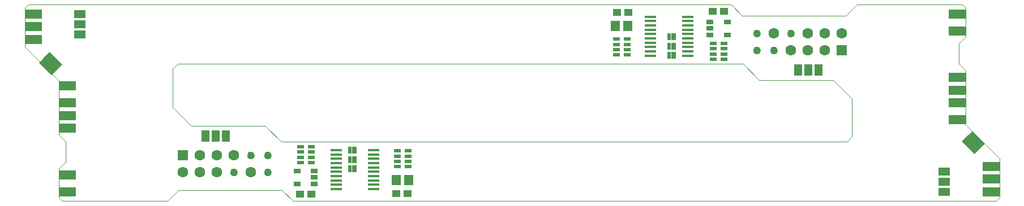
<source format=gts>
G04 EAGLE Gerber X2 export*
%TF.Part,Single*%
%TF.FileFunction,Other,solder mask top*%
%TF.FilePolarity,Positive*%
%TF.GenerationSoftware,Autodesk,EAGLE,9.5.2*%
%TF.CreationDate,2020-04-08T10:12:48Z*%
G75*
%MOMM*%
%FSLAX34Y34*%
%LPD*%
%INsolder mask top*%
%AMOC8*
5,1,8,0,0,1.08239X$1,22.5*%
G01*
%ADD10C,0.000000*%
%ADD11R,2.641600X1.371600*%
%ADD12R,1.371600X2.641600*%
%ADD13R,1.601600X1.601600*%
%ADD14C,1.601600*%
%ADD15C,1.101600*%
%ADD16R,1.270000X1.701800*%
%ADD17R,1.401600X1.601600*%
%ADD18R,1.701600X0.451600*%
%ADD19R,1.000000X0.600000*%
%ADD20R,1.201600X1.101600*%
%ADD21R,0.609600X0.990600*%
%ADD22R,0.152400X1.092200*%
%ADD23R,1.701800X1.270000*%
%ADD24R,1.091600X0.791600*%


D10*
X0Y232410D02*
X50800Y181610D01*
X50800Y100330D01*
X60960Y90170D01*
X60960Y59690D01*
X50800Y49530D01*
X50800Y6350D01*
X55880Y1270D01*
X213360Y1270D01*
X0Y232410D02*
X0Y290830D01*
X5080Y295910D01*
X220980Y199390D02*
X220980Y142240D01*
X220980Y199390D02*
X228600Y207010D01*
X1074420Y207010D01*
X1056640Y295910D02*
X5080Y295910D01*
X1074420Y207010D02*
X1098550Y182880D01*
X1209040Y182880D01*
X1073150Y279400D02*
X1056640Y295910D01*
X1073150Y279400D02*
X1228090Y279400D01*
X1407160Y115570D02*
X1457960Y64770D01*
X1407160Y115570D02*
X1407160Y196850D01*
X1397000Y207010D01*
X1397000Y237490D01*
X1407160Y247650D01*
X1407160Y290830D01*
X1402080Y295910D01*
X1244600Y295910D01*
X1457960Y64770D02*
X1457960Y6350D01*
X1452880Y1270D01*
X1236980Y97790D02*
X1236980Y154940D01*
X1236980Y97790D02*
X1229360Y90170D01*
X383540Y90170D01*
X401320Y1270D02*
X1452880Y1270D01*
X383540Y90170D02*
X359410Y114300D01*
X248920Y114300D01*
X384810Y17780D02*
X401320Y1270D01*
X384810Y17780D02*
X229870Y17780D01*
X1228090Y279400D02*
X1244600Y295910D01*
X1209040Y182880D02*
X1236980Y154940D01*
X248920Y114300D02*
X220980Y142240D01*
X229870Y17780D02*
X213360Y1270D01*
D11*
X63500Y110490D03*
X63500Y173990D03*
X63500Y129540D03*
X63500Y40640D03*
D12*
G36*
X56098Y206330D02*
X46400Y196632D01*
X27722Y215310D01*
X37420Y225008D01*
X56098Y206330D01*
G37*
D11*
X63500Y15240D03*
X63500Y148590D03*
D12*
G36*
X49748Y199980D02*
X40050Y190282D01*
X21372Y208960D01*
X31070Y218658D01*
X49748Y199980D01*
G37*
D13*
X1221740Y227330D03*
D14*
X1221740Y252730D03*
X1196340Y227330D03*
X1196340Y252730D03*
X1170940Y227330D03*
X1170940Y252730D03*
X1120140Y252730D03*
D10*
X1115140Y227330D02*
X1115142Y227471D01*
X1115148Y227612D01*
X1115158Y227752D01*
X1115172Y227892D01*
X1115190Y228032D01*
X1115211Y228171D01*
X1115237Y228310D01*
X1115266Y228448D01*
X1115300Y228584D01*
X1115337Y228720D01*
X1115378Y228855D01*
X1115423Y228989D01*
X1115472Y229121D01*
X1115524Y229252D01*
X1115580Y229381D01*
X1115640Y229508D01*
X1115703Y229634D01*
X1115769Y229758D01*
X1115840Y229881D01*
X1115913Y230001D01*
X1115990Y230119D01*
X1116070Y230235D01*
X1116154Y230348D01*
X1116240Y230459D01*
X1116330Y230568D01*
X1116423Y230674D01*
X1116518Y230777D01*
X1116617Y230878D01*
X1116718Y230976D01*
X1116822Y231071D01*
X1116929Y231163D01*
X1117038Y231252D01*
X1117150Y231337D01*
X1117264Y231420D01*
X1117380Y231500D01*
X1117499Y231576D01*
X1117620Y231648D01*
X1117742Y231718D01*
X1117867Y231783D01*
X1117993Y231846D01*
X1118121Y231904D01*
X1118251Y231959D01*
X1118382Y232011D01*
X1118515Y232058D01*
X1118649Y232102D01*
X1118784Y232143D01*
X1118920Y232179D01*
X1119057Y232211D01*
X1119195Y232240D01*
X1119333Y232265D01*
X1119473Y232285D01*
X1119613Y232302D01*
X1119753Y232315D01*
X1119894Y232324D01*
X1120034Y232329D01*
X1120175Y232330D01*
X1120316Y232327D01*
X1120457Y232320D01*
X1120597Y232309D01*
X1120737Y232294D01*
X1120877Y232275D01*
X1121016Y232253D01*
X1121154Y232226D01*
X1121292Y232196D01*
X1121428Y232161D01*
X1121564Y232123D01*
X1121698Y232081D01*
X1121832Y232035D01*
X1121964Y231986D01*
X1122094Y231932D01*
X1122223Y231875D01*
X1122350Y231815D01*
X1122476Y231751D01*
X1122599Y231683D01*
X1122721Y231612D01*
X1122841Y231538D01*
X1122958Y231460D01*
X1123073Y231379D01*
X1123186Y231295D01*
X1123297Y231208D01*
X1123405Y231117D01*
X1123510Y231024D01*
X1123613Y230927D01*
X1123713Y230828D01*
X1123810Y230726D01*
X1123904Y230621D01*
X1123995Y230514D01*
X1124083Y230404D01*
X1124168Y230292D01*
X1124250Y230177D01*
X1124329Y230060D01*
X1124404Y229941D01*
X1124476Y229820D01*
X1124544Y229697D01*
X1124609Y229572D01*
X1124671Y229445D01*
X1124728Y229316D01*
X1124783Y229186D01*
X1124833Y229055D01*
X1124880Y228922D01*
X1124923Y228788D01*
X1124962Y228652D01*
X1124997Y228516D01*
X1125029Y228379D01*
X1125056Y228241D01*
X1125080Y228102D01*
X1125100Y227962D01*
X1125116Y227822D01*
X1125128Y227682D01*
X1125136Y227541D01*
X1125140Y227400D01*
X1125140Y227260D01*
X1125136Y227119D01*
X1125128Y226978D01*
X1125116Y226838D01*
X1125100Y226698D01*
X1125080Y226558D01*
X1125056Y226419D01*
X1125029Y226281D01*
X1124997Y226144D01*
X1124962Y226008D01*
X1124923Y225872D01*
X1124880Y225738D01*
X1124833Y225605D01*
X1124783Y225474D01*
X1124728Y225344D01*
X1124671Y225215D01*
X1124609Y225088D01*
X1124544Y224963D01*
X1124476Y224840D01*
X1124404Y224719D01*
X1124329Y224600D01*
X1124250Y224483D01*
X1124168Y224368D01*
X1124083Y224256D01*
X1123995Y224146D01*
X1123904Y224039D01*
X1123810Y223934D01*
X1123713Y223832D01*
X1123613Y223733D01*
X1123510Y223636D01*
X1123405Y223543D01*
X1123297Y223452D01*
X1123186Y223365D01*
X1123073Y223281D01*
X1122958Y223200D01*
X1122841Y223122D01*
X1122721Y223048D01*
X1122599Y222977D01*
X1122476Y222909D01*
X1122350Y222845D01*
X1122223Y222785D01*
X1122094Y222728D01*
X1121964Y222674D01*
X1121832Y222625D01*
X1121698Y222579D01*
X1121564Y222537D01*
X1121428Y222499D01*
X1121292Y222464D01*
X1121154Y222434D01*
X1121016Y222407D01*
X1120877Y222385D01*
X1120737Y222366D01*
X1120597Y222351D01*
X1120457Y222340D01*
X1120316Y222333D01*
X1120175Y222330D01*
X1120034Y222331D01*
X1119894Y222336D01*
X1119753Y222345D01*
X1119613Y222358D01*
X1119473Y222375D01*
X1119333Y222395D01*
X1119195Y222420D01*
X1119057Y222449D01*
X1118920Y222481D01*
X1118784Y222517D01*
X1118649Y222558D01*
X1118515Y222602D01*
X1118382Y222649D01*
X1118251Y222701D01*
X1118121Y222756D01*
X1117993Y222814D01*
X1117867Y222877D01*
X1117742Y222942D01*
X1117620Y223012D01*
X1117499Y223084D01*
X1117380Y223160D01*
X1117264Y223240D01*
X1117150Y223323D01*
X1117038Y223408D01*
X1116929Y223497D01*
X1116822Y223589D01*
X1116718Y223684D01*
X1116617Y223782D01*
X1116518Y223883D01*
X1116423Y223986D01*
X1116330Y224092D01*
X1116240Y224201D01*
X1116154Y224312D01*
X1116070Y224425D01*
X1115990Y224541D01*
X1115913Y224659D01*
X1115840Y224779D01*
X1115769Y224902D01*
X1115703Y225026D01*
X1115640Y225152D01*
X1115580Y225279D01*
X1115524Y225408D01*
X1115472Y225539D01*
X1115423Y225671D01*
X1115378Y225805D01*
X1115337Y225940D01*
X1115300Y226076D01*
X1115266Y226212D01*
X1115237Y226350D01*
X1115211Y226489D01*
X1115190Y226628D01*
X1115172Y226768D01*
X1115158Y226908D01*
X1115148Y227048D01*
X1115142Y227189D01*
X1115140Y227330D01*
D15*
X1120140Y227330D03*
D10*
X1089740Y227330D02*
X1089742Y227471D01*
X1089748Y227612D01*
X1089758Y227752D01*
X1089772Y227892D01*
X1089790Y228032D01*
X1089811Y228171D01*
X1089837Y228310D01*
X1089866Y228448D01*
X1089900Y228584D01*
X1089937Y228720D01*
X1089978Y228855D01*
X1090023Y228989D01*
X1090072Y229121D01*
X1090124Y229252D01*
X1090180Y229381D01*
X1090240Y229508D01*
X1090303Y229634D01*
X1090369Y229758D01*
X1090440Y229881D01*
X1090513Y230001D01*
X1090590Y230119D01*
X1090670Y230235D01*
X1090754Y230348D01*
X1090840Y230459D01*
X1090930Y230568D01*
X1091023Y230674D01*
X1091118Y230777D01*
X1091217Y230878D01*
X1091318Y230976D01*
X1091422Y231071D01*
X1091529Y231163D01*
X1091638Y231252D01*
X1091750Y231337D01*
X1091864Y231420D01*
X1091980Y231500D01*
X1092099Y231576D01*
X1092220Y231648D01*
X1092342Y231718D01*
X1092467Y231783D01*
X1092593Y231846D01*
X1092721Y231904D01*
X1092851Y231959D01*
X1092982Y232011D01*
X1093115Y232058D01*
X1093249Y232102D01*
X1093384Y232143D01*
X1093520Y232179D01*
X1093657Y232211D01*
X1093795Y232240D01*
X1093933Y232265D01*
X1094073Y232285D01*
X1094213Y232302D01*
X1094353Y232315D01*
X1094494Y232324D01*
X1094634Y232329D01*
X1094775Y232330D01*
X1094916Y232327D01*
X1095057Y232320D01*
X1095197Y232309D01*
X1095337Y232294D01*
X1095477Y232275D01*
X1095616Y232253D01*
X1095754Y232226D01*
X1095892Y232196D01*
X1096028Y232161D01*
X1096164Y232123D01*
X1096298Y232081D01*
X1096432Y232035D01*
X1096564Y231986D01*
X1096694Y231932D01*
X1096823Y231875D01*
X1096950Y231815D01*
X1097076Y231751D01*
X1097199Y231683D01*
X1097321Y231612D01*
X1097441Y231538D01*
X1097558Y231460D01*
X1097673Y231379D01*
X1097786Y231295D01*
X1097897Y231208D01*
X1098005Y231117D01*
X1098110Y231024D01*
X1098213Y230927D01*
X1098313Y230828D01*
X1098410Y230726D01*
X1098504Y230621D01*
X1098595Y230514D01*
X1098683Y230404D01*
X1098768Y230292D01*
X1098850Y230177D01*
X1098929Y230060D01*
X1099004Y229941D01*
X1099076Y229820D01*
X1099144Y229697D01*
X1099209Y229572D01*
X1099271Y229445D01*
X1099328Y229316D01*
X1099383Y229186D01*
X1099433Y229055D01*
X1099480Y228922D01*
X1099523Y228788D01*
X1099562Y228652D01*
X1099597Y228516D01*
X1099629Y228379D01*
X1099656Y228241D01*
X1099680Y228102D01*
X1099700Y227962D01*
X1099716Y227822D01*
X1099728Y227682D01*
X1099736Y227541D01*
X1099740Y227400D01*
X1099740Y227260D01*
X1099736Y227119D01*
X1099728Y226978D01*
X1099716Y226838D01*
X1099700Y226698D01*
X1099680Y226558D01*
X1099656Y226419D01*
X1099629Y226281D01*
X1099597Y226144D01*
X1099562Y226008D01*
X1099523Y225872D01*
X1099480Y225738D01*
X1099433Y225605D01*
X1099383Y225474D01*
X1099328Y225344D01*
X1099271Y225215D01*
X1099209Y225088D01*
X1099144Y224963D01*
X1099076Y224840D01*
X1099004Y224719D01*
X1098929Y224600D01*
X1098850Y224483D01*
X1098768Y224368D01*
X1098683Y224256D01*
X1098595Y224146D01*
X1098504Y224039D01*
X1098410Y223934D01*
X1098313Y223832D01*
X1098213Y223733D01*
X1098110Y223636D01*
X1098005Y223543D01*
X1097897Y223452D01*
X1097786Y223365D01*
X1097673Y223281D01*
X1097558Y223200D01*
X1097441Y223122D01*
X1097321Y223048D01*
X1097199Y222977D01*
X1097076Y222909D01*
X1096950Y222845D01*
X1096823Y222785D01*
X1096694Y222728D01*
X1096564Y222674D01*
X1096432Y222625D01*
X1096298Y222579D01*
X1096164Y222537D01*
X1096028Y222499D01*
X1095892Y222464D01*
X1095754Y222434D01*
X1095616Y222407D01*
X1095477Y222385D01*
X1095337Y222366D01*
X1095197Y222351D01*
X1095057Y222340D01*
X1094916Y222333D01*
X1094775Y222330D01*
X1094634Y222331D01*
X1094494Y222336D01*
X1094353Y222345D01*
X1094213Y222358D01*
X1094073Y222375D01*
X1093933Y222395D01*
X1093795Y222420D01*
X1093657Y222449D01*
X1093520Y222481D01*
X1093384Y222517D01*
X1093249Y222558D01*
X1093115Y222602D01*
X1092982Y222649D01*
X1092851Y222701D01*
X1092721Y222756D01*
X1092593Y222814D01*
X1092467Y222877D01*
X1092342Y222942D01*
X1092220Y223012D01*
X1092099Y223084D01*
X1091980Y223160D01*
X1091864Y223240D01*
X1091750Y223323D01*
X1091638Y223408D01*
X1091529Y223497D01*
X1091422Y223589D01*
X1091318Y223684D01*
X1091217Y223782D01*
X1091118Y223883D01*
X1091023Y223986D01*
X1090930Y224092D01*
X1090840Y224201D01*
X1090754Y224312D01*
X1090670Y224425D01*
X1090590Y224541D01*
X1090513Y224659D01*
X1090440Y224779D01*
X1090369Y224902D01*
X1090303Y225026D01*
X1090240Y225152D01*
X1090180Y225279D01*
X1090124Y225408D01*
X1090072Y225539D01*
X1090023Y225671D01*
X1089978Y225805D01*
X1089937Y225940D01*
X1089900Y226076D01*
X1089866Y226212D01*
X1089837Y226350D01*
X1089811Y226489D01*
X1089790Y226628D01*
X1089772Y226768D01*
X1089758Y226908D01*
X1089748Y227048D01*
X1089742Y227189D01*
X1089740Y227330D01*
D15*
X1094740Y227330D03*
D10*
X1089740Y252730D02*
X1089742Y252871D01*
X1089748Y253012D01*
X1089758Y253152D01*
X1089772Y253292D01*
X1089790Y253432D01*
X1089811Y253571D01*
X1089837Y253710D01*
X1089866Y253848D01*
X1089900Y253984D01*
X1089937Y254120D01*
X1089978Y254255D01*
X1090023Y254389D01*
X1090072Y254521D01*
X1090124Y254652D01*
X1090180Y254781D01*
X1090240Y254908D01*
X1090303Y255034D01*
X1090369Y255158D01*
X1090440Y255281D01*
X1090513Y255401D01*
X1090590Y255519D01*
X1090670Y255635D01*
X1090754Y255748D01*
X1090840Y255859D01*
X1090930Y255968D01*
X1091023Y256074D01*
X1091118Y256177D01*
X1091217Y256278D01*
X1091318Y256376D01*
X1091422Y256471D01*
X1091529Y256563D01*
X1091638Y256652D01*
X1091750Y256737D01*
X1091864Y256820D01*
X1091980Y256900D01*
X1092099Y256976D01*
X1092220Y257048D01*
X1092342Y257118D01*
X1092467Y257183D01*
X1092593Y257246D01*
X1092721Y257304D01*
X1092851Y257359D01*
X1092982Y257411D01*
X1093115Y257458D01*
X1093249Y257502D01*
X1093384Y257543D01*
X1093520Y257579D01*
X1093657Y257611D01*
X1093795Y257640D01*
X1093933Y257665D01*
X1094073Y257685D01*
X1094213Y257702D01*
X1094353Y257715D01*
X1094494Y257724D01*
X1094634Y257729D01*
X1094775Y257730D01*
X1094916Y257727D01*
X1095057Y257720D01*
X1095197Y257709D01*
X1095337Y257694D01*
X1095477Y257675D01*
X1095616Y257653D01*
X1095754Y257626D01*
X1095892Y257596D01*
X1096028Y257561D01*
X1096164Y257523D01*
X1096298Y257481D01*
X1096432Y257435D01*
X1096564Y257386D01*
X1096694Y257332D01*
X1096823Y257275D01*
X1096950Y257215D01*
X1097076Y257151D01*
X1097199Y257083D01*
X1097321Y257012D01*
X1097441Y256938D01*
X1097558Y256860D01*
X1097673Y256779D01*
X1097786Y256695D01*
X1097897Y256608D01*
X1098005Y256517D01*
X1098110Y256424D01*
X1098213Y256327D01*
X1098313Y256228D01*
X1098410Y256126D01*
X1098504Y256021D01*
X1098595Y255914D01*
X1098683Y255804D01*
X1098768Y255692D01*
X1098850Y255577D01*
X1098929Y255460D01*
X1099004Y255341D01*
X1099076Y255220D01*
X1099144Y255097D01*
X1099209Y254972D01*
X1099271Y254845D01*
X1099328Y254716D01*
X1099383Y254586D01*
X1099433Y254455D01*
X1099480Y254322D01*
X1099523Y254188D01*
X1099562Y254052D01*
X1099597Y253916D01*
X1099629Y253779D01*
X1099656Y253641D01*
X1099680Y253502D01*
X1099700Y253362D01*
X1099716Y253222D01*
X1099728Y253082D01*
X1099736Y252941D01*
X1099740Y252800D01*
X1099740Y252660D01*
X1099736Y252519D01*
X1099728Y252378D01*
X1099716Y252238D01*
X1099700Y252098D01*
X1099680Y251958D01*
X1099656Y251819D01*
X1099629Y251681D01*
X1099597Y251544D01*
X1099562Y251408D01*
X1099523Y251272D01*
X1099480Y251138D01*
X1099433Y251005D01*
X1099383Y250874D01*
X1099328Y250744D01*
X1099271Y250615D01*
X1099209Y250488D01*
X1099144Y250363D01*
X1099076Y250240D01*
X1099004Y250119D01*
X1098929Y250000D01*
X1098850Y249883D01*
X1098768Y249768D01*
X1098683Y249656D01*
X1098595Y249546D01*
X1098504Y249439D01*
X1098410Y249334D01*
X1098313Y249232D01*
X1098213Y249133D01*
X1098110Y249036D01*
X1098005Y248943D01*
X1097897Y248852D01*
X1097786Y248765D01*
X1097673Y248681D01*
X1097558Y248600D01*
X1097441Y248522D01*
X1097321Y248448D01*
X1097199Y248377D01*
X1097076Y248309D01*
X1096950Y248245D01*
X1096823Y248185D01*
X1096694Y248128D01*
X1096564Y248074D01*
X1096432Y248025D01*
X1096298Y247979D01*
X1096164Y247937D01*
X1096028Y247899D01*
X1095892Y247864D01*
X1095754Y247834D01*
X1095616Y247807D01*
X1095477Y247785D01*
X1095337Y247766D01*
X1095197Y247751D01*
X1095057Y247740D01*
X1094916Y247733D01*
X1094775Y247730D01*
X1094634Y247731D01*
X1094494Y247736D01*
X1094353Y247745D01*
X1094213Y247758D01*
X1094073Y247775D01*
X1093933Y247795D01*
X1093795Y247820D01*
X1093657Y247849D01*
X1093520Y247881D01*
X1093384Y247917D01*
X1093249Y247958D01*
X1093115Y248002D01*
X1092982Y248049D01*
X1092851Y248101D01*
X1092721Y248156D01*
X1092593Y248214D01*
X1092467Y248277D01*
X1092342Y248342D01*
X1092220Y248412D01*
X1092099Y248484D01*
X1091980Y248560D01*
X1091864Y248640D01*
X1091750Y248723D01*
X1091638Y248808D01*
X1091529Y248897D01*
X1091422Y248989D01*
X1091318Y249084D01*
X1091217Y249182D01*
X1091118Y249283D01*
X1091023Y249386D01*
X1090930Y249492D01*
X1090840Y249601D01*
X1090754Y249712D01*
X1090670Y249825D01*
X1090590Y249941D01*
X1090513Y250059D01*
X1090440Y250179D01*
X1090369Y250302D01*
X1090303Y250426D01*
X1090240Y250552D01*
X1090180Y250679D01*
X1090124Y250808D01*
X1090072Y250939D01*
X1090023Y251071D01*
X1089978Y251205D01*
X1089937Y251340D01*
X1089900Y251476D01*
X1089866Y251612D01*
X1089837Y251750D01*
X1089811Y251889D01*
X1089790Y252028D01*
X1089772Y252168D01*
X1089758Y252308D01*
X1089748Y252448D01*
X1089742Y252589D01*
X1089740Y252730D01*
D15*
X1094740Y252730D03*
D14*
X1145540Y227330D03*
D10*
X1140540Y252730D02*
X1140542Y252871D01*
X1140548Y253012D01*
X1140558Y253152D01*
X1140572Y253292D01*
X1140590Y253432D01*
X1140611Y253571D01*
X1140637Y253710D01*
X1140666Y253848D01*
X1140700Y253984D01*
X1140737Y254120D01*
X1140778Y254255D01*
X1140823Y254389D01*
X1140872Y254521D01*
X1140924Y254652D01*
X1140980Y254781D01*
X1141040Y254908D01*
X1141103Y255034D01*
X1141169Y255158D01*
X1141240Y255281D01*
X1141313Y255401D01*
X1141390Y255519D01*
X1141470Y255635D01*
X1141554Y255748D01*
X1141640Y255859D01*
X1141730Y255968D01*
X1141823Y256074D01*
X1141918Y256177D01*
X1142017Y256278D01*
X1142118Y256376D01*
X1142222Y256471D01*
X1142329Y256563D01*
X1142438Y256652D01*
X1142550Y256737D01*
X1142664Y256820D01*
X1142780Y256900D01*
X1142899Y256976D01*
X1143020Y257048D01*
X1143142Y257118D01*
X1143267Y257183D01*
X1143393Y257246D01*
X1143521Y257304D01*
X1143651Y257359D01*
X1143782Y257411D01*
X1143915Y257458D01*
X1144049Y257502D01*
X1144184Y257543D01*
X1144320Y257579D01*
X1144457Y257611D01*
X1144595Y257640D01*
X1144733Y257665D01*
X1144873Y257685D01*
X1145013Y257702D01*
X1145153Y257715D01*
X1145294Y257724D01*
X1145434Y257729D01*
X1145575Y257730D01*
X1145716Y257727D01*
X1145857Y257720D01*
X1145997Y257709D01*
X1146137Y257694D01*
X1146277Y257675D01*
X1146416Y257653D01*
X1146554Y257626D01*
X1146692Y257596D01*
X1146828Y257561D01*
X1146964Y257523D01*
X1147098Y257481D01*
X1147232Y257435D01*
X1147364Y257386D01*
X1147494Y257332D01*
X1147623Y257275D01*
X1147750Y257215D01*
X1147876Y257151D01*
X1147999Y257083D01*
X1148121Y257012D01*
X1148241Y256938D01*
X1148358Y256860D01*
X1148473Y256779D01*
X1148586Y256695D01*
X1148697Y256608D01*
X1148805Y256517D01*
X1148910Y256424D01*
X1149013Y256327D01*
X1149113Y256228D01*
X1149210Y256126D01*
X1149304Y256021D01*
X1149395Y255914D01*
X1149483Y255804D01*
X1149568Y255692D01*
X1149650Y255577D01*
X1149729Y255460D01*
X1149804Y255341D01*
X1149876Y255220D01*
X1149944Y255097D01*
X1150009Y254972D01*
X1150071Y254845D01*
X1150128Y254716D01*
X1150183Y254586D01*
X1150233Y254455D01*
X1150280Y254322D01*
X1150323Y254188D01*
X1150362Y254052D01*
X1150397Y253916D01*
X1150429Y253779D01*
X1150456Y253641D01*
X1150480Y253502D01*
X1150500Y253362D01*
X1150516Y253222D01*
X1150528Y253082D01*
X1150536Y252941D01*
X1150540Y252800D01*
X1150540Y252660D01*
X1150536Y252519D01*
X1150528Y252378D01*
X1150516Y252238D01*
X1150500Y252098D01*
X1150480Y251958D01*
X1150456Y251819D01*
X1150429Y251681D01*
X1150397Y251544D01*
X1150362Y251408D01*
X1150323Y251272D01*
X1150280Y251138D01*
X1150233Y251005D01*
X1150183Y250874D01*
X1150128Y250744D01*
X1150071Y250615D01*
X1150009Y250488D01*
X1149944Y250363D01*
X1149876Y250240D01*
X1149804Y250119D01*
X1149729Y250000D01*
X1149650Y249883D01*
X1149568Y249768D01*
X1149483Y249656D01*
X1149395Y249546D01*
X1149304Y249439D01*
X1149210Y249334D01*
X1149113Y249232D01*
X1149013Y249133D01*
X1148910Y249036D01*
X1148805Y248943D01*
X1148697Y248852D01*
X1148586Y248765D01*
X1148473Y248681D01*
X1148358Y248600D01*
X1148241Y248522D01*
X1148121Y248448D01*
X1147999Y248377D01*
X1147876Y248309D01*
X1147750Y248245D01*
X1147623Y248185D01*
X1147494Y248128D01*
X1147364Y248074D01*
X1147232Y248025D01*
X1147098Y247979D01*
X1146964Y247937D01*
X1146828Y247899D01*
X1146692Y247864D01*
X1146554Y247834D01*
X1146416Y247807D01*
X1146277Y247785D01*
X1146137Y247766D01*
X1145997Y247751D01*
X1145857Y247740D01*
X1145716Y247733D01*
X1145575Y247730D01*
X1145434Y247731D01*
X1145294Y247736D01*
X1145153Y247745D01*
X1145013Y247758D01*
X1144873Y247775D01*
X1144733Y247795D01*
X1144595Y247820D01*
X1144457Y247849D01*
X1144320Y247881D01*
X1144184Y247917D01*
X1144049Y247958D01*
X1143915Y248002D01*
X1143782Y248049D01*
X1143651Y248101D01*
X1143521Y248156D01*
X1143393Y248214D01*
X1143267Y248277D01*
X1143142Y248342D01*
X1143020Y248412D01*
X1142899Y248484D01*
X1142780Y248560D01*
X1142664Y248640D01*
X1142550Y248723D01*
X1142438Y248808D01*
X1142329Y248897D01*
X1142222Y248989D01*
X1142118Y249084D01*
X1142017Y249182D01*
X1141918Y249283D01*
X1141823Y249386D01*
X1141730Y249492D01*
X1141640Y249601D01*
X1141554Y249712D01*
X1141470Y249825D01*
X1141390Y249941D01*
X1141313Y250059D01*
X1141240Y250179D01*
X1141169Y250302D01*
X1141103Y250426D01*
X1141040Y250552D01*
X1140980Y250679D01*
X1140924Y250808D01*
X1140872Y250939D01*
X1140823Y251071D01*
X1140778Y251205D01*
X1140737Y251340D01*
X1140700Y251476D01*
X1140666Y251612D01*
X1140637Y251750D01*
X1140611Y251889D01*
X1140590Y252028D01*
X1140572Y252168D01*
X1140558Y252308D01*
X1140548Y252448D01*
X1140542Y252589D01*
X1140540Y252730D01*
D15*
X1145540Y252730D03*
D16*
X1187450Y198120D03*
X1172210Y198120D03*
X1156970Y198120D03*
D17*
X883310Y264160D03*
X902310Y264160D03*
D18*
X935930Y277870D03*
X935930Y271370D03*
X935930Y264870D03*
X935930Y258370D03*
X935930Y251870D03*
X935930Y245370D03*
X935930Y238870D03*
X935930Y232370D03*
X935930Y225870D03*
X935930Y219370D03*
X991930Y219370D03*
X991930Y225870D03*
X991930Y232370D03*
X991930Y238870D03*
X991930Y245370D03*
X991930Y251870D03*
X991930Y258370D03*
X991930Y264870D03*
X991930Y271370D03*
X991930Y277870D03*
D19*
X900810Y220410D03*
X900810Y228410D03*
X900810Y236410D03*
X900810Y244410D03*
X884810Y244410D03*
X884810Y236410D03*
X884810Y228410D03*
X884810Y220410D03*
D11*
X12700Y243840D03*
X12700Y262890D03*
X12700Y281940D03*
D19*
X1029590Y238060D03*
X1029590Y230060D03*
X1029590Y222060D03*
X1029590Y214060D03*
X1045590Y214060D03*
X1045590Y222060D03*
X1045590Y230060D03*
X1045590Y238060D03*
D20*
X902580Y284480D03*
X885580Y284480D03*
D21*
X963930Y247650D03*
X971550Y247650D03*
D22*
X967740Y247650D03*
D21*
X963930Y233680D03*
X971550Y233680D03*
D22*
X967740Y233680D03*
D21*
X963930Y219710D03*
X971550Y219710D03*
D22*
X967740Y219710D03*
D23*
X82550Y281940D03*
X82550Y266700D03*
X82550Y251460D03*
D24*
X1024690Y269850D03*
X1024690Y260350D03*
X1024690Y250850D03*
X1050590Y250850D03*
X1050590Y269850D03*
D20*
X1046090Y285750D03*
X1029090Y285750D03*
D11*
X1394460Y186690D03*
X1394460Y123190D03*
X1394460Y167640D03*
X1394460Y256540D03*
D12*
G36*
X1401862Y90850D02*
X1411560Y100548D01*
X1430238Y81870D01*
X1420540Y72172D01*
X1401862Y90850D01*
G37*
D11*
X1394460Y281940D03*
X1394460Y148590D03*
D12*
G36*
X1408212Y97200D02*
X1417910Y106898D01*
X1436588Y88220D01*
X1426890Y78522D01*
X1408212Y97200D01*
G37*
D13*
X236220Y69850D03*
D14*
X236220Y44450D03*
X261620Y69850D03*
X261620Y44450D03*
X287020Y69850D03*
X287020Y44450D03*
X337820Y44450D03*
D10*
X332820Y69850D02*
X332822Y69991D01*
X332828Y70132D01*
X332838Y70272D01*
X332852Y70412D01*
X332870Y70552D01*
X332891Y70691D01*
X332917Y70830D01*
X332946Y70968D01*
X332980Y71104D01*
X333017Y71240D01*
X333058Y71375D01*
X333103Y71509D01*
X333152Y71641D01*
X333204Y71772D01*
X333260Y71901D01*
X333320Y72028D01*
X333383Y72154D01*
X333449Y72278D01*
X333520Y72401D01*
X333593Y72521D01*
X333670Y72639D01*
X333750Y72755D01*
X333834Y72868D01*
X333920Y72979D01*
X334010Y73088D01*
X334103Y73194D01*
X334198Y73297D01*
X334297Y73398D01*
X334398Y73496D01*
X334502Y73591D01*
X334609Y73683D01*
X334718Y73772D01*
X334830Y73857D01*
X334944Y73940D01*
X335060Y74020D01*
X335179Y74096D01*
X335300Y74168D01*
X335422Y74238D01*
X335547Y74303D01*
X335673Y74366D01*
X335801Y74424D01*
X335931Y74479D01*
X336062Y74531D01*
X336195Y74578D01*
X336329Y74622D01*
X336464Y74663D01*
X336600Y74699D01*
X336737Y74731D01*
X336875Y74760D01*
X337013Y74785D01*
X337153Y74805D01*
X337293Y74822D01*
X337433Y74835D01*
X337574Y74844D01*
X337714Y74849D01*
X337855Y74850D01*
X337996Y74847D01*
X338137Y74840D01*
X338277Y74829D01*
X338417Y74814D01*
X338557Y74795D01*
X338696Y74773D01*
X338834Y74746D01*
X338972Y74716D01*
X339108Y74681D01*
X339244Y74643D01*
X339378Y74601D01*
X339512Y74555D01*
X339644Y74506D01*
X339774Y74452D01*
X339903Y74395D01*
X340030Y74335D01*
X340156Y74271D01*
X340279Y74203D01*
X340401Y74132D01*
X340521Y74058D01*
X340638Y73980D01*
X340753Y73899D01*
X340866Y73815D01*
X340977Y73728D01*
X341085Y73637D01*
X341190Y73544D01*
X341293Y73447D01*
X341393Y73348D01*
X341490Y73246D01*
X341584Y73141D01*
X341675Y73034D01*
X341763Y72924D01*
X341848Y72812D01*
X341930Y72697D01*
X342009Y72580D01*
X342084Y72461D01*
X342156Y72340D01*
X342224Y72217D01*
X342289Y72092D01*
X342351Y71965D01*
X342408Y71836D01*
X342463Y71706D01*
X342513Y71575D01*
X342560Y71442D01*
X342603Y71308D01*
X342642Y71172D01*
X342677Y71036D01*
X342709Y70899D01*
X342736Y70761D01*
X342760Y70622D01*
X342780Y70482D01*
X342796Y70342D01*
X342808Y70202D01*
X342816Y70061D01*
X342820Y69920D01*
X342820Y69780D01*
X342816Y69639D01*
X342808Y69498D01*
X342796Y69358D01*
X342780Y69218D01*
X342760Y69078D01*
X342736Y68939D01*
X342709Y68801D01*
X342677Y68664D01*
X342642Y68528D01*
X342603Y68392D01*
X342560Y68258D01*
X342513Y68125D01*
X342463Y67994D01*
X342408Y67864D01*
X342351Y67735D01*
X342289Y67608D01*
X342224Y67483D01*
X342156Y67360D01*
X342084Y67239D01*
X342009Y67120D01*
X341930Y67003D01*
X341848Y66888D01*
X341763Y66776D01*
X341675Y66666D01*
X341584Y66559D01*
X341490Y66454D01*
X341393Y66352D01*
X341293Y66253D01*
X341190Y66156D01*
X341085Y66063D01*
X340977Y65972D01*
X340866Y65885D01*
X340753Y65801D01*
X340638Y65720D01*
X340521Y65642D01*
X340401Y65568D01*
X340279Y65497D01*
X340156Y65429D01*
X340030Y65365D01*
X339903Y65305D01*
X339774Y65248D01*
X339644Y65194D01*
X339512Y65145D01*
X339378Y65099D01*
X339244Y65057D01*
X339108Y65019D01*
X338972Y64984D01*
X338834Y64954D01*
X338696Y64927D01*
X338557Y64905D01*
X338417Y64886D01*
X338277Y64871D01*
X338137Y64860D01*
X337996Y64853D01*
X337855Y64850D01*
X337714Y64851D01*
X337574Y64856D01*
X337433Y64865D01*
X337293Y64878D01*
X337153Y64895D01*
X337013Y64915D01*
X336875Y64940D01*
X336737Y64969D01*
X336600Y65001D01*
X336464Y65037D01*
X336329Y65078D01*
X336195Y65122D01*
X336062Y65169D01*
X335931Y65221D01*
X335801Y65276D01*
X335673Y65334D01*
X335547Y65397D01*
X335422Y65462D01*
X335300Y65532D01*
X335179Y65604D01*
X335060Y65680D01*
X334944Y65760D01*
X334830Y65843D01*
X334718Y65928D01*
X334609Y66017D01*
X334502Y66109D01*
X334398Y66204D01*
X334297Y66302D01*
X334198Y66403D01*
X334103Y66506D01*
X334010Y66612D01*
X333920Y66721D01*
X333834Y66832D01*
X333750Y66945D01*
X333670Y67061D01*
X333593Y67179D01*
X333520Y67299D01*
X333449Y67422D01*
X333383Y67546D01*
X333320Y67672D01*
X333260Y67799D01*
X333204Y67928D01*
X333152Y68059D01*
X333103Y68191D01*
X333058Y68325D01*
X333017Y68460D01*
X332980Y68596D01*
X332946Y68732D01*
X332917Y68870D01*
X332891Y69009D01*
X332870Y69148D01*
X332852Y69288D01*
X332838Y69428D01*
X332828Y69568D01*
X332822Y69709D01*
X332820Y69850D01*
D15*
X337820Y69850D03*
D10*
X358220Y69850D02*
X358222Y69991D01*
X358228Y70132D01*
X358238Y70272D01*
X358252Y70412D01*
X358270Y70552D01*
X358291Y70691D01*
X358317Y70830D01*
X358346Y70968D01*
X358380Y71104D01*
X358417Y71240D01*
X358458Y71375D01*
X358503Y71509D01*
X358552Y71641D01*
X358604Y71772D01*
X358660Y71901D01*
X358720Y72028D01*
X358783Y72154D01*
X358849Y72278D01*
X358920Y72401D01*
X358993Y72521D01*
X359070Y72639D01*
X359150Y72755D01*
X359234Y72868D01*
X359320Y72979D01*
X359410Y73088D01*
X359503Y73194D01*
X359598Y73297D01*
X359697Y73398D01*
X359798Y73496D01*
X359902Y73591D01*
X360009Y73683D01*
X360118Y73772D01*
X360230Y73857D01*
X360344Y73940D01*
X360460Y74020D01*
X360579Y74096D01*
X360700Y74168D01*
X360822Y74238D01*
X360947Y74303D01*
X361073Y74366D01*
X361201Y74424D01*
X361331Y74479D01*
X361462Y74531D01*
X361595Y74578D01*
X361729Y74622D01*
X361864Y74663D01*
X362000Y74699D01*
X362137Y74731D01*
X362275Y74760D01*
X362413Y74785D01*
X362553Y74805D01*
X362693Y74822D01*
X362833Y74835D01*
X362974Y74844D01*
X363114Y74849D01*
X363255Y74850D01*
X363396Y74847D01*
X363537Y74840D01*
X363677Y74829D01*
X363817Y74814D01*
X363957Y74795D01*
X364096Y74773D01*
X364234Y74746D01*
X364372Y74716D01*
X364508Y74681D01*
X364644Y74643D01*
X364778Y74601D01*
X364912Y74555D01*
X365044Y74506D01*
X365174Y74452D01*
X365303Y74395D01*
X365430Y74335D01*
X365556Y74271D01*
X365679Y74203D01*
X365801Y74132D01*
X365921Y74058D01*
X366038Y73980D01*
X366153Y73899D01*
X366266Y73815D01*
X366377Y73728D01*
X366485Y73637D01*
X366590Y73544D01*
X366693Y73447D01*
X366793Y73348D01*
X366890Y73246D01*
X366984Y73141D01*
X367075Y73034D01*
X367163Y72924D01*
X367248Y72812D01*
X367330Y72697D01*
X367409Y72580D01*
X367484Y72461D01*
X367556Y72340D01*
X367624Y72217D01*
X367689Y72092D01*
X367751Y71965D01*
X367808Y71836D01*
X367863Y71706D01*
X367913Y71575D01*
X367960Y71442D01*
X368003Y71308D01*
X368042Y71172D01*
X368077Y71036D01*
X368109Y70899D01*
X368136Y70761D01*
X368160Y70622D01*
X368180Y70482D01*
X368196Y70342D01*
X368208Y70202D01*
X368216Y70061D01*
X368220Y69920D01*
X368220Y69780D01*
X368216Y69639D01*
X368208Y69498D01*
X368196Y69358D01*
X368180Y69218D01*
X368160Y69078D01*
X368136Y68939D01*
X368109Y68801D01*
X368077Y68664D01*
X368042Y68528D01*
X368003Y68392D01*
X367960Y68258D01*
X367913Y68125D01*
X367863Y67994D01*
X367808Y67864D01*
X367751Y67735D01*
X367689Y67608D01*
X367624Y67483D01*
X367556Y67360D01*
X367484Y67239D01*
X367409Y67120D01*
X367330Y67003D01*
X367248Y66888D01*
X367163Y66776D01*
X367075Y66666D01*
X366984Y66559D01*
X366890Y66454D01*
X366793Y66352D01*
X366693Y66253D01*
X366590Y66156D01*
X366485Y66063D01*
X366377Y65972D01*
X366266Y65885D01*
X366153Y65801D01*
X366038Y65720D01*
X365921Y65642D01*
X365801Y65568D01*
X365679Y65497D01*
X365556Y65429D01*
X365430Y65365D01*
X365303Y65305D01*
X365174Y65248D01*
X365044Y65194D01*
X364912Y65145D01*
X364778Y65099D01*
X364644Y65057D01*
X364508Y65019D01*
X364372Y64984D01*
X364234Y64954D01*
X364096Y64927D01*
X363957Y64905D01*
X363817Y64886D01*
X363677Y64871D01*
X363537Y64860D01*
X363396Y64853D01*
X363255Y64850D01*
X363114Y64851D01*
X362974Y64856D01*
X362833Y64865D01*
X362693Y64878D01*
X362553Y64895D01*
X362413Y64915D01*
X362275Y64940D01*
X362137Y64969D01*
X362000Y65001D01*
X361864Y65037D01*
X361729Y65078D01*
X361595Y65122D01*
X361462Y65169D01*
X361331Y65221D01*
X361201Y65276D01*
X361073Y65334D01*
X360947Y65397D01*
X360822Y65462D01*
X360700Y65532D01*
X360579Y65604D01*
X360460Y65680D01*
X360344Y65760D01*
X360230Y65843D01*
X360118Y65928D01*
X360009Y66017D01*
X359902Y66109D01*
X359798Y66204D01*
X359697Y66302D01*
X359598Y66403D01*
X359503Y66506D01*
X359410Y66612D01*
X359320Y66721D01*
X359234Y66832D01*
X359150Y66945D01*
X359070Y67061D01*
X358993Y67179D01*
X358920Y67299D01*
X358849Y67422D01*
X358783Y67546D01*
X358720Y67672D01*
X358660Y67799D01*
X358604Y67928D01*
X358552Y68059D01*
X358503Y68191D01*
X358458Y68325D01*
X358417Y68460D01*
X358380Y68596D01*
X358346Y68732D01*
X358317Y68870D01*
X358291Y69009D01*
X358270Y69148D01*
X358252Y69288D01*
X358238Y69428D01*
X358228Y69568D01*
X358222Y69709D01*
X358220Y69850D01*
D15*
X363220Y69850D03*
D10*
X358220Y44450D02*
X358222Y44591D01*
X358228Y44732D01*
X358238Y44872D01*
X358252Y45012D01*
X358270Y45152D01*
X358291Y45291D01*
X358317Y45430D01*
X358346Y45568D01*
X358380Y45704D01*
X358417Y45840D01*
X358458Y45975D01*
X358503Y46109D01*
X358552Y46241D01*
X358604Y46372D01*
X358660Y46501D01*
X358720Y46628D01*
X358783Y46754D01*
X358849Y46878D01*
X358920Y47001D01*
X358993Y47121D01*
X359070Y47239D01*
X359150Y47355D01*
X359234Y47468D01*
X359320Y47579D01*
X359410Y47688D01*
X359503Y47794D01*
X359598Y47897D01*
X359697Y47998D01*
X359798Y48096D01*
X359902Y48191D01*
X360009Y48283D01*
X360118Y48372D01*
X360230Y48457D01*
X360344Y48540D01*
X360460Y48620D01*
X360579Y48696D01*
X360700Y48768D01*
X360822Y48838D01*
X360947Y48903D01*
X361073Y48966D01*
X361201Y49024D01*
X361331Y49079D01*
X361462Y49131D01*
X361595Y49178D01*
X361729Y49222D01*
X361864Y49263D01*
X362000Y49299D01*
X362137Y49331D01*
X362275Y49360D01*
X362413Y49385D01*
X362553Y49405D01*
X362693Y49422D01*
X362833Y49435D01*
X362974Y49444D01*
X363114Y49449D01*
X363255Y49450D01*
X363396Y49447D01*
X363537Y49440D01*
X363677Y49429D01*
X363817Y49414D01*
X363957Y49395D01*
X364096Y49373D01*
X364234Y49346D01*
X364372Y49316D01*
X364508Y49281D01*
X364644Y49243D01*
X364778Y49201D01*
X364912Y49155D01*
X365044Y49106D01*
X365174Y49052D01*
X365303Y48995D01*
X365430Y48935D01*
X365556Y48871D01*
X365679Y48803D01*
X365801Y48732D01*
X365921Y48658D01*
X366038Y48580D01*
X366153Y48499D01*
X366266Y48415D01*
X366377Y48328D01*
X366485Y48237D01*
X366590Y48144D01*
X366693Y48047D01*
X366793Y47948D01*
X366890Y47846D01*
X366984Y47741D01*
X367075Y47634D01*
X367163Y47524D01*
X367248Y47412D01*
X367330Y47297D01*
X367409Y47180D01*
X367484Y47061D01*
X367556Y46940D01*
X367624Y46817D01*
X367689Y46692D01*
X367751Y46565D01*
X367808Y46436D01*
X367863Y46306D01*
X367913Y46175D01*
X367960Y46042D01*
X368003Y45908D01*
X368042Y45772D01*
X368077Y45636D01*
X368109Y45499D01*
X368136Y45361D01*
X368160Y45222D01*
X368180Y45082D01*
X368196Y44942D01*
X368208Y44802D01*
X368216Y44661D01*
X368220Y44520D01*
X368220Y44380D01*
X368216Y44239D01*
X368208Y44098D01*
X368196Y43958D01*
X368180Y43818D01*
X368160Y43678D01*
X368136Y43539D01*
X368109Y43401D01*
X368077Y43264D01*
X368042Y43128D01*
X368003Y42992D01*
X367960Y42858D01*
X367913Y42725D01*
X367863Y42594D01*
X367808Y42464D01*
X367751Y42335D01*
X367689Y42208D01*
X367624Y42083D01*
X367556Y41960D01*
X367484Y41839D01*
X367409Y41720D01*
X367330Y41603D01*
X367248Y41488D01*
X367163Y41376D01*
X367075Y41266D01*
X366984Y41159D01*
X366890Y41054D01*
X366793Y40952D01*
X366693Y40853D01*
X366590Y40756D01*
X366485Y40663D01*
X366377Y40572D01*
X366266Y40485D01*
X366153Y40401D01*
X366038Y40320D01*
X365921Y40242D01*
X365801Y40168D01*
X365679Y40097D01*
X365556Y40029D01*
X365430Y39965D01*
X365303Y39905D01*
X365174Y39848D01*
X365044Y39794D01*
X364912Y39745D01*
X364778Y39699D01*
X364644Y39657D01*
X364508Y39619D01*
X364372Y39584D01*
X364234Y39554D01*
X364096Y39527D01*
X363957Y39505D01*
X363817Y39486D01*
X363677Y39471D01*
X363537Y39460D01*
X363396Y39453D01*
X363255Y39450D01*
X363114Y39451D01*
X362974Y39456D01*
X362833Y39465D01*
X362693Y39478D01*
X362553Y39495D01*
X362413Y39515D01*
X362275Y39540D01*
X362137Y39569D01*
X362000Y39601D01*
X361864Y39637D01*
X361729Y39678D01*
X361595Y39722D01*
X361462Y39769D01*
X361331Y39821D01*
X361201Y39876D01*
X361073Y39934D01*
X360947Y39997D01*
X360822Y40062D01*
X360700Y40132D01*
X360579Y40204D01*
X360460Y40280D01*
X360344Y40360D01*
X360230Y40443D01*
X360118Y40528D01*
X360009Y40617D01*
X359902Y40709D01*
X359798Y40804D01*
X359697Y40902D01*
X359598Y41003D01*
X359503Y41106D01*
X359410Y41212D01*
X359320Y41321D01*
X359234Y41432D01*
X359150Y41545D01*
X359070Y41661D01*
X358993Y41779D01*
X358920Y41899D01*
X358849Y42022D01*
X358783Y42146D01*
X358720Y42272D01*
X358660Y42399D01*
X358604Y42528D01*
X358552Y42659D01*
X358503Y42791D01*
X358458Y42925D01*
X358417Y43060D01*
X358380Y43196D01*
X358346Y43332D01*
X358317Y43470D01*
X358291Y43609D01*
X358270Y43748D01*
X358252Y43888D01*
X358238Y44028D01*
X358228Y44168D01*
X358222Y44309D01*
X358220Y44450D01*
D15*
X363220Y44450D03*
D14*
X312420Y69850D03*
D10*
X307420Y44450D02*
X307422Y44591D01*
X307428Y44732D01*
X307438Y44872D01*
X307452Y45012D01*
X307470Y45152D01*
X307491Y45291D01*
X307517Y45430D01*
X307546Y45568D01*
X307580Y45704D01*
X307617Y45840D01*
X307658Y45975D01*
X307703Y46109D01*
X307752Y46241D01*
X307804Y46372D01*
X307860Y46501D01*
X307920Y46628D01*
X307983Y46754D01*
X308049Y46878D01*
X308120Y47001D01*
X308193Y47121D01*
X308270Y47239D01*
X308350Y47355D01*
X308434Y47468D01*
X308520Y47579D01*
X308610Y47688D01*
X308703Y47794D01*
X308798Y47897D01*
X308897Y47998D01*
X308998Y48096D01*
X309102Y48191D01*
X309209Y48283D01*
X309318Y48372D01*
X309430Y48457D01*
X309544Y48540D01*
X309660Y48620D01*
X309779Y48696D01*
X309900Y48768D01*
X310022Y48838D01*
X310147Y48903D01*
X310273Y48966D01*
X310401Y49024D01*
X310531Y49079D01*
X310662Y49131D01*
X310795Y49178D01*
X310929Y49222D01*
X311064Y49263D01*
X311200Y49299D01*
X311337Y49331D01*
X311475Y49360D01*
X311613Y49385D01*
X311753Y49405D01*
X311893Y49422D01*
X312033Y49435D01*
X312174Y49444D01*
X312314Y49449D01*
X312455Y49450D01*
X312596Y49447D01*
X312737Y49440D01*
X312877Y49429D01*
X313017Y49414D01*
X313157Y49395D01*
X313296Y49373D01*
X313434Y49346D01*
X313572Y49316D01*
X313708Y49281D01*
X313844Y49243D01*
X313978Y49201D01*
X314112Y49155D01*
X314244Y49106D01*
X314374Y49052D01*
X314503Y48995D01*
X314630Y48935D01*
X314756Y48871D01*
X314879Y48803D01*
X315001Y48732D01*
X315121Y48658D01*
X315238Y48580D01*
X315353Y48499D01*
X315466Y48415D01*
X315577Y48328D01*
X315685Y48237D01*
X315790Y48144D01*
X315893Y48047D01*
X315993Y47948D01*
X316090Y47846D01*
X316184Y47741D01*
X316275Y47634D01*
X316363Y47524D01*
X316448Y47412D01*
X316530Y47297D01*
X316609Y47180D01*
X316684Y47061D01*
X316756Y46940D01*
X316824Y46817D01*
X316889Y46692D01*
X316951Y46565D01*
X317008Y46436D01*
X317063Y46306D01*
X317113Y46175D01*
X317160Y46042D01*
X317203Y45908D01*
X317242Y45772D01*
X317277Y45636D01*
X317309Y45499D01*
X317336Y45361D01*
X317360Y45222D01*
X317380Y45082D01*
X317396Y44942D01*
X317408Y44802D01*
X317416Y44661D01*
X317420Y44520D01*
X317420Y44380D01*
X317416Y44239D01*
X317408Y44098D01*
X317396Y43958D01*
X317380Y43818D01*
X317360Y43678D01*
X317336Y43539D01*
X317309Y43401D01*
X317277Y43264D01*
X317242Y43128D01*
X317203Y42992D01*
X317160Y42858D01*
X317113Y42725D01*
X317063Y42594D01*
X317008Y42464D01*
X316951Y42335D01*
X316889Y42208D01*
X316824Y42083D01*
X316756Y41960D01*
X316684Y41839D01*
X316609Y41720D01*
X316530Y41603D01*
X316448Y41488D01*
X316363Y41376D01*
X316275Y41266D01*
X316184Y41159D01*
X316090Y41054D01*
X315993Y40952D01*
X315893Y40853D01*
X315790Y40756D01*
X315685Y40663D01*
X315577Y40572D01*
X315466Y40485D01*
X315353Y40401D01*
X315238Y40320D01*
X315121Y40242D01*
X315001Y40168D01*
X314879Y40097D01*
X314756Y40029D01*
X314630Y39965D01*
X314503Y39905D01*
X314374Y39848D01*
X314244Y39794D01*
X314112Y39745D01*
X313978Y39699D01*
X313844Y39657D01*
X313708Y39619D01*
X313572Y39584D01*
X313434Y39554D01*
X313296Y39527D01*
X313157Y39505D01*
X313017Y39486D01*
X312877Y39471D01*
X312737Y39460D01*
X312596Y39453D01*
X312455Y39450D01*
X312314Y39451D01*
X312174Y39456D01*
X312033Y39465D01*
X311893Y39478D01*
X311753Y39495D01*
X311613Y39515D01*
X311475Y39540D01*
X311337Y39569D01*
X311200Y39601D01*
X311064Y39637D01*
X310929Y39678D01*
X310795Y39722D01*
X310662Y39769D01*
X310531Y39821D01*
X310401Y39876D01*
X310273Y39934D01*
X310147Y39997D01*
X310022Y40062D01*
X309900Y40132D01*
X309779Y40204D01*
X309660Y40280D01*
X309544Y40360D01*
X309430Y40443D01*
X309318Y40528D01*
X309209Y40617D01*
X309102Y40709D01*
X308998Y40804D01*
X308897Y40902D01*
X308798Y41003D01*
X308703Y41106D01*
X308610Y41212D01*
X308520Y41321D01*
X308434Y41432D01*
X308350Y41545D01*
X308270Y41661D01*
X308193Y41779D01*
X308120Y41899D01*
X308049Y42022D01*
X307983Y42146D01*
X307920Y42272D01*
X307860Y42399D01*
X307804Y42528D01*
X307752Y42659D01*
X307703Y42791D01*
X307658Y42925D01*
X307617Y43060D01*
X307580Y43196D01*
X307546Y43332D01*
X307517Y43470D01*
X307491Y43609D01*
X307470Y43748D01*
X307452Y43888D01*
X307438Y44028D01*
X307428Y44168D01*
X307422Y44309D01*
X307420Y44450D01*
D15*
X312420Y44450D03*
D16*
X270510Y99060D03*
X285750Y99060D03*
X300990Y99060D03*
D17*
X574650Y33020D03*
X555650Y33020D03*
D18*
X522030Y19310D03*
X522030Y25810D03*
X522030Y32310D03*
X522030Y38810D03*
X522030Y45310D03*
X522030Y51810D03*
X522030Y58310D03*
X522030Y64810D03*
X522030Y71310D03*
X522030Y77810D03*
X466030Y77810D03*
X466030Y71310D03*
X466030Y64810D03*
X466030Y58310D03*
X466030Y51810D03*
X466030Y45310D03*
X466030Y38810D03*
X466030Y32310D03*
X466030Y25810D03*
X466030Y19310D03*
D19*
X557150Y76770D03*
X557150Y68770D03*
X557150Y60770D03*
X557150Y52770D03*
X573150Y52770D03*
X573150Y60770D03*
X573150Y68770D03*
X573150Y76770D03*
D11*
X1445260Y53340D03*
X1445260Y34290D03*
X1445260Y15240D03*
D19*
X428370Y59120D03*
X428370Y67120D03*
X428370Y75120D03*
X428370Y83120D03*
X412370Y83120D03*
X412370Y75120D03*
X412370Y67120D03*
X412370Y59120D03*
D20*
X555380Y12700D03*
X572380Y12700D03*
D21*
X494030Y49530D03*
X486410Y49530D03*
D22*
X490220Y49530D03*
D21*
X494030Y63500D03*
X486410Y63500D03*
D22*
X490220Y63500D03*
D21*
X494030Y77470D03*
X486410Y77470D03*
D22*
X490220Y77470D03*
D23*
X1375410Y15240D03*
X1375410Y30480D03*
X1375410Y45720D03*
D24*
X433270Y27330D03*
X433270Y36830D03*
X433270Y46330D03*
X407370Y46330D03*
X407370Y27330D03*
D20*
X411870Y11430D03*
X428870Y11430D03*
M02*

</source>
